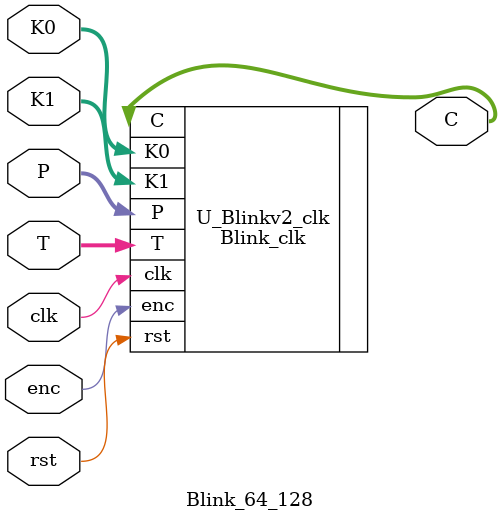
<source format=v>
module Blink_64_128(clk, rst, enc, K0, K1, P, T, C);
    input clk;
	input rst;
    localparam  round = 14; 
    localparam n = 64;
    localparam tweakLen = 64;
    localparam r1 = 3;
    localparam dim = 64;
    input enc;
	input [n*(round/2)-1:0] K0; 
    input [(n*2-1)*2-1:0] K1; 
    input [n-1:0] P;
    input [tweakLen-1:0] T; 
    output [n-1:0] C;

    Blink_clk
    U_Blinkv2_clk
    (
        .clk(clk),
        .rst(rst),       
        .enc(enc),
        .K0(K0), 
        .K1(K1), 
        .P(P), 
        .T(T), 
        .C(C)
    );
	
endmodule
</source>
